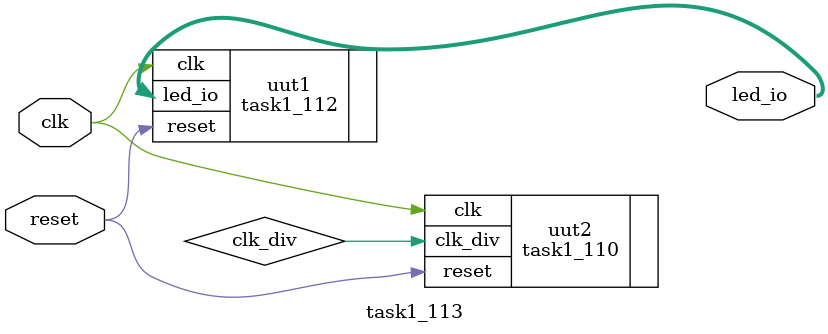
<source format=v>
`include "task1_112.v"
`include "task1_110.v"
module task1_113(
    input clk,
    input reset,
    output [3:0] led_io
);

wire clk_div;

task1_112 uut1(
    .clk(clk),
    .reset(reset),
    .led_io(led_io)
);

task1_110 uut2(
    .clk(clk),
    .reset(reset),
    .clk_div(clk_div)
);
endmodule

</source>
